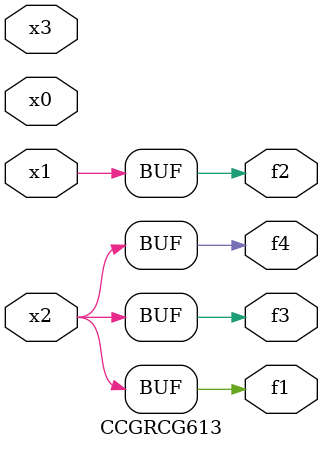
<source format=v>
module CCGRCG613(
	input x0, x1, x2, x3,
	output f1, f2, f3, f4
);
	assign f1 = x2;
	assign f2 = x1;
	assign f3 = x2;
	assign f4 = x2;
endmodule

</source>
